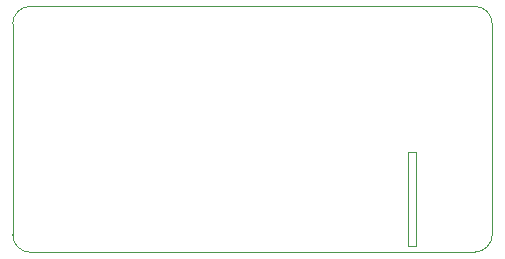
<source format=gm1>
G04 #@! TF.GenerationSoftware,KiCad,Pcbnew,(5.99.0-10336-g9846076676)*
G04 #@! TF.CreationDate,2021-04-19T15:00:15+12:00*
G04 #@! TF.ProjectId,OpenHVPS-5,4f70656e-4856-4505-932d-352e6b696361,V1.2.1*
G04 #@! TF.SameCoordinates,Original*
G04 #@! TF.FileFunction,Profile,NP*
%FSLAX46Y46*%
G04 Gerber Fmt 4.6, Leading zero omitted, Abs format (unit mm)*
G04 Created by KiCad (PCBNEW (5.99.0-10336-g9846076676)) date 2021-04-19 15:00:15*
%MOMM*%
%LPD*%
G01*
G04 APERTURE LIST*
G04 #@! TA.AperFunction,Profile*
%ADD10C,0.100000*%
G04 #@! TD*
G04 APERTURE END LIST*
D10*
X165347000Y-77970000D02*
G75*
G03*
X166847000Y-76470000I0J1500000D01*
G01*
X165347000Y-77970000D02*
X127738000Y-77978000D01*
X166847000Y-58650000D02*
X166847000Y-76470000D01*
X166847000Y-58650000D02*
G75*
G03*
X165347000Y-57150000I-1500000J0D01*
G01*
X159700000Y-69465000D02*
X160400000Y-69465000D01*
X160400000Y-69465000D02*
X160400000Y-77465000D01*
X160400000Y-77465000D02*
X159700000Y-77465000D01*
X159700000Y-77465000D02*
X159700000Y-69465000D01*
X126238000Y-76478000D02*
G75*
G03*
X127738000Y-77978000I1500000J0D01*
G01*
X127738000Y-57158000D02*
X165347000Y-57150000D01*
X126238000Y-76478000D02*
X126238000Y-58658000D01*
X127738000Y-57158000D02*
G75*
G03*
X126238000Y-58658000I0J-1500000D01*
G01*
M02*

</source>
